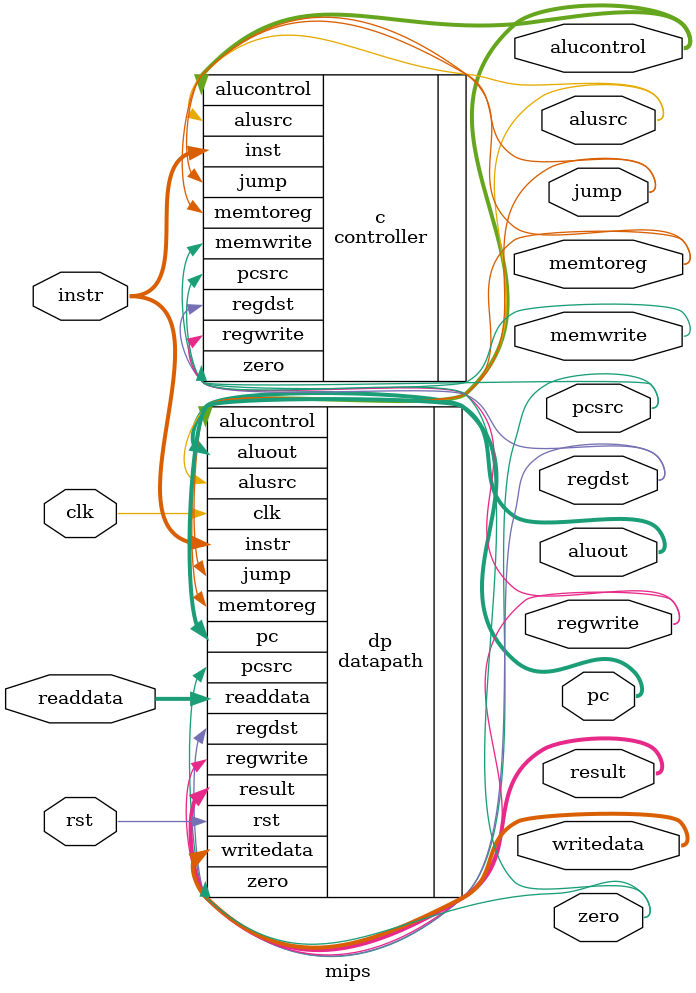
<source format=v>
`timescale 1ns / 1ps


module mips(
	input wire clk,rst,
	output wire[31:0] pc,
	input wire[31:0] instr,
	output wire memwrite,
	output wire[31:0] aluout,writedata,
	input wire[31:0] readdata,
	output wire memtoreg,alusrc,regdst,regwrite,jump,pcsrc,zero,
	output wire [2:0] alucontrol,
	output [31:0] result
    );
	
//	wire memtoreg,alusrc,regdst,regwrite,jump,pcsrc,zero; //,overflow;
//	wire[2:0] alucontrol;

	// æ§å¶å¨æ¨¡å?
	controller c(
		.inst(instr),
		.zero(zero),
		.jump(jump),
		.alusrc(alusrc),
		.memwrite(memwrite),
		.memtoreg(memtoreg),
		.regwrite(regwrite),
		.regdst(regdst),
		.alucontrol(alucontrol),
		.pcsrc(pcsrc)
	);

	datapath dp(
		.clk(clk),
		.rst(rst),
		.memtoreg(memtoreg),
		.pcsrc(pcsrc),
		.alusrc(alusrc),
		.regdst(regdst),
		.regwrite(regwrite),
		.jump(jump),
		.alucontrol(alucontrol),
		// .overflow(overflow),
		.zero(zero),
		.pc(pc),
		.instr(instr),
		.aluout(aluout),
		.writedata(writedata),
		.readdata(readdata),
		.result(result)
	);
	
endmodule

</source>
